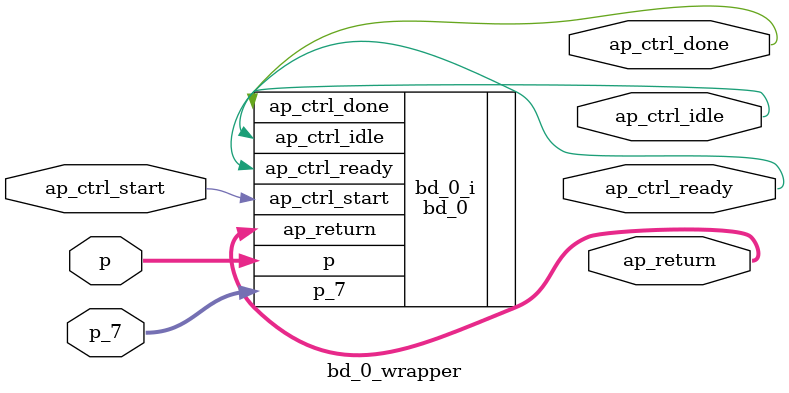
<source format=v>
`timescale 1 ps / 1 ps

module bd_0_wrapper
   (ap_ctrl_done,
    ap_ctrl_idle,
    ap_ctrl_ready,
    ap_ctrl_start,
    ap_return,
    p,
    p_7);
  output ap_ctrl_done;
  output ap_ctrl_idle;
  output ap_ctrl_ready;
  input ap_ctrl_start;
  output [15:0]ap_return;
  input [31:0]p;
  input [15:0]p_7;

  wire ap_ctrl_done;
  wire ap_ctrl_idle;
  wire ap_ctrl_ready;
  wire ap_ctrl_start;
  wire [15:0]ap_return;
  wire [31:0]p;
  wire [15:0]p_7;

  bd_0 bd_0_i
       (.ap_ctrl_done(ap_ctrl_done),
        .ap_ctrl_idle(ap_ctrl_idle),
        .ap_ctrl_ready(ap_ctrl_ready),
        .ap_ctrl_start(ap_ctrl_start),
        .ap_return(ap_return),
        .p(p),
        .p_7(p_7));
endmodule

</source>
